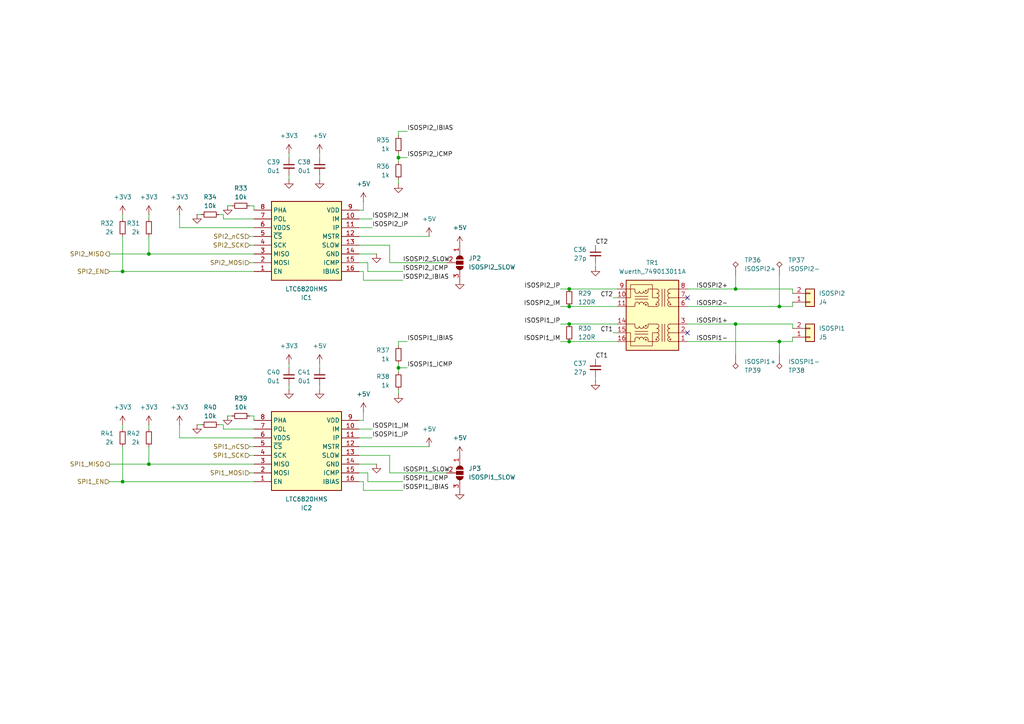
<source format=kicad_sch>
(kicad_sch (version 20231120) (generator "eeschema") (generator_version "8.0")
  (paper "A4")
  (title_block (title "ACC_BMSmaster") (date "2024-11-30") (rev "1.0") (company "NTURacing Team") (comment 1 "Powertrain Group") (comment 2 "Jack Kuo 郭哲明"))
  (lib_symbols
    (symbol "Connector:TestPoint_Alt" (pin_numbers hide) (pin_names (offset 0.762) hide)
      (property "Reference" "TP" (at 0 6.858 0))
      (property "Value" "TestPoint_Alt" (at 0 5.08 0))
      (symbol "TestPoint_Alt_0_1"
        (polyline (pts (xy 0 2.54) (xy -0.762 3.302) (xy 0 4.064) (xy 0.762 3.302) (xy 0 2.54)))
      )
      (symbol "TestPoint_Alt_1_1"
        (pin passive line (at 0 0 90) (length 2.54) (name "1") (number "1"))
      )
    )
    (symbol "Connector_Generic:Conn_01x02" (pin_names (offset 1.016) hide)
      (property "Reference" "J" (at 0 2.54 0))
      (property "Value" "Conn_01x02" (at 0 -5.08 0))
      (symbol "Conn_01x02_1_1"
        (rectangle (start -1.27 -2.413) (end 0 -2.667) (stroke (width 0.1524)))
        (rectangle (start -1.27 0.127) (end 0 -0.127) (stroke (width 0.1524)))
        (rectangle (start -1.27 1.27) (end 1.27 -3.81) (stroke (width 0.254)) (fill (type background)))
        (pin passive line (at -5.08 0 0) (length 3.81) (name "Pin_1") (number "1"))
        (pin passive line (at -5.08 -2.54 0) (length 3.81) (name "Pin_2") (number "2"))
      )
    )
    (symbol "Device:C_Small" (pin_numbers hide) (pin_names (offset 0.254) hide)
      (property "Reference" "C" (at 0.254 1.778 0))
      (property "Value" "C_Small" (at 0.254 -2.032 0))
      (symbol "C_Small_0_1"
        (polyline (pts (xy -1.524 -0.508) (xy 1.524 -0.508)) (stroke (width 0.3302)))
        (polyline (pts (xy -1.524 0.508) (xy 1.524 0.508)) (stroke (width 0.3048)))
      )
      (symbol "C_Small_1_1"
        (pin passive line (at 0 2.54 270) (length 2.032) (name "~") (number "1"))
        (pin passive line (at 0 -2.54 90) (length 2.032) (name "~") (number "2"))
      )
    )
    (symbol "Device:R_Small" (pin_numbers hide) (pin_names (offset 0.254) hide)
      (property "Reference" "R" (at 0.762 0.508 0))
      (property "Value" "R_Small" (at 0.762 -1.016 0))
      (symbol "R_Small_0_1"
        (rectangle (start -0.762 1.778) (end 0.762 -1.778) (stroke (width 0.2032)))
      )
      (symbol "R_Small_1_1"
        (pin passive line (at 0 2.54 270) (length 0.762) (name "~") (number "1"))
        (pin passive line (at 0 -2.54 90) (length 0.762) (name "~") (number "2"))
      )
    )
    (symbol "Jumper:SolderJumper_3_Open" (pin_names (offset 0) hide) (exclude_from_sim yes) (in_bom no)
      (property "Reference" "JP" (at -2.54 -2.54 0))
      (property "Value" "SolderJumper_3_Open" (at 0 2.794 0))
      (symbol "SolderJumper_3_Open_0_1"
        (arc (start -1.016 1.016) (mid -2.0276 0) (end -1.016 -1.016))
        (arc (start -1.016 1.016) (mid -2.0276 0) (end -1.016 -1.016) (fill (type outline)))
        (rectangle (start -0.508 1.016) (end 0.508 -1.016) (fill (type outline)))
        (polyline (pts (xy -2.54 0) (xy -2.032 0)))
        (polyline (pts (xy -1.016 1.016) (xy -1.016 -1.016)))
        (polyline (pts (xy 0 -1.27) (xy 0 -1.016)))
        (polyline (pts (xy 1.016 1.016) (xy 1.016 -1.016)))
        (polyline (pts (xy 2.54 0) (xy 2.032 0)))
        (arc (start 1.016 -1.016) (mid 2.0276 0) (end 1.016 1.016))
        (arc (start 1.016 -1.016) (mid 2.0276 0) (end 1.016 1.016) (fill (type outline)))
      )
      (symbol "SolderJumper_3_Open_1_1"
        (pin passive line (at -5.08 0 0) (length 2.54) (name "A") (number "1"))
        (pin passive line (at 0 -3.81 90) (length 2.54) (name "C") (number "2"))
        (pin passive line (at 5.08 0 180) (length 2.54) (name "B") (number "3"))
      )
    )
    (symbol "SamacSys_Parts_EP6:LTC6820HMS#PBF"
      (property "Reference" "IC" (at 26.67 7.62 0))
      (property "Value" "LTC6820HMS#PBF" (at 26.67 5.08 0))
      (symbol "LTC6820HMS#PBF_1_1"
        (rectangle (start 5.08 2.54) (end 25.4 -20.32) (stroke (width 0.254)) (fill (type background)))
        (pin passive line (at 0 0 0) (length 5.08) (name "EN") (number "1"))
        (pin passive line (at 30.48 -15.24 180) (length 5.08) (name "IM") (number "10"))
        (pin passive line (at 30.48 -12.7 180) (length 5.08) (name "IP") (number "11"))
        (pin passive line (at 30.48 -10.16 180) (length 5.08) (name "MSTR") (number "12"))
        (pin passive line (at 30.48 -7.62 180) (length 5.08) (name "SLOW") (number "13"))
        (pin passive line (at 30.48 -5.08 180) (length 5.08) (name "GND") (number "14"))
        (pin passive line (at 30.48 -2.54 180) (length 5.08) (name "ICMP") (number "15"))
        (pin passive line (at 30.48 0 180) (length 5.08) (name "IBIAS") (number "16"))
        (pin passive line (at 0 -2.54 0) (length 5.08) (name "MOSI") (number "2"))
        (pin passive line (at 0 -5.08 0) (length 5.08) (name "MISO") (number "3"))
        (pin passive line (at 0 -7.62 0) (length 5.08) (name "SCK") (number "4"))
        (pin passive line (at 0 -10.16 0) (length 5.08) (name "~{CS}") (number "5"))
        (pin passive line (at 0 -12.7 0) (length 5.08) (name "VDDS") (number "6"))
        (pin passive line (at 0 -15.24 0) (length 5.08) (name "POL") (number "7"))
        (pin passive line (at 0 -17.78 0) (length 5.08) (name "PHA") (number "8"))
        (pin passive line (at 30.48 -17.78 180) (length 5.08) (name "VDD") (number "9"))
      )
    )
    (symbol "Transformer:Wuerth_749013011A" (pin_names hide)
      (property "Reference" "TR" (at 0 10.795 0))
      (property "Value" "Wuerth_749013011A" (at 0 -10.795 0))
      (symbol "Wuerth_749013011A_0_1"
        (rectangle (start -7.62 10.16) (end 7.62 -10.16) (stroke (width 0.254)) (fill (type background)))
        (circle (center -5.207 3.175) (radius 0.1778))
        (arc (start -5.08 6.35) (mid -4.4477 6.985) (end -5.08 7.62))
        (polyline (pts (xy -5.08 2.54) (xy -7.62 2.54)))
        (polyline (pts (xy -5.08 5.08) (xy -7.62 5.08)))
        (polyline (pts (xy -5.08 7.62) (xy -7.62 7.62)))
        (polyline (pts (xy -3.556 -2.54) (xy -3.556 -7.62)))
        (polyline (pts (xy -3.556 2.54) (xy -3.556 7.62)))
        (polyline (pts (xy -2.794 -7.62) (xy -2.794 -2.54)))
        (polyline (pts (xy -2.794 7.62) (xy -2.794 2.54)))
        (polyline (pts (xy 1.27 4.699) (xy 5.08 4.699)))
        (polyline (pts (xy 1.27 5.461) (xy 5.08 5.461)))
        (polyline (pts (xy -1.27 2.54) (xy 1.27 2.54) (xy 1.27 3.175)))
        (polyline (pts (xy 1.27 6.985) (xy 1.27 7.62) (xy -1.27 7.62)))
        (polyline (pts (xy 5.08 3.175) (xy 5.08 2.54) (xy 7.62 2.54)))
        (polyline (pts (xy 5.08 6.985) (xy 5.08 7.62) (xy 7.62 7.62)))
        (polyline (pts (xy -1.27 5.08) (xy 0 5.08) (xy 0 8.89) (xy 6.35 8.89) (xy 6.35 5.08) (xy 7.62 5.08)))
      )
      (symbol "Wuerth_749013011A_1_1"
        (circle (center -5.207 -6.985) (radius 0.1778))
        (arc (start -5.08 -7.62) (mid -4.4477 -6.985) (end -5.08 -6.35))
        (arc (start -5.08 -6.35) (mid -4.4477 -5.715) (end -5.08 -5.08))
        (arc (start -5.08 -5.08) (mid -4.4477 -4.445) (end -5.08 -3.81))
        (arc (start -5.08 -3.81) (mid -4.4477 -3.175) (end -5.08 -2.54))
        (arc (start -5.08 2.54) (mid -4.4477 3.175) (end -5.08 3.81))
        (arc (start -5.08 3.81) (mid -4.4477 4.445) (end -5.08 5.08))
        (arc (start -5.08 5.08) (mid -4.4477 5.715) (end -5.08 6.35))
        (arc (start -1.27 -6.35) (mid -1.9023 -6.985) (end -1.27 -7.62))
        (arc (start -1.27 -5.08) (mid -1.9023 -5.715) (end -1.27 -6.35))
        (arc (start -1.27 -3.81) (mid -1.9023 -4.445) (end -1.27 -5.08))
        (arc (start -1.27 -2.54) (mid -1.9023 -3.175) (end -1.27 -3.81))
        (arc (start -1.27 3.81) (mid -1.9023 3.175) (end -1.27 2.54))
        (arc (start -1.27 5.08) (mid -1.9023 4.445) (end -1.27 3.81))
        (arc (start -1.27 6.35) (mid -1.9023 5.715) (end -1.27 5.08))
        (arc (start -1.27 7.62) (mid -1.9023 6.985) (end -1.27 6.35))
        (circle (center -1.143 -6.985) (radius 0.1778))
        (circle (center -1.143 3.175) (radius 0.1778))
        (polyline (pts (xy -5.08 -7.62) (xy -7.62 -7.62)))
        (polyline (pts (xy -5.08 -5.08) (xy -7.62 -5.08)))
        (polyline (pts (xy -5.08 -2.54) (xy -7.62 -2.54)))
        (polyline (pts (xy 1.27 -5.461) (xy 5.08 -5.461)))
        (polyline (pts (xy 1.27 -4.699) (xy 5.08 -4.699)))
        (polyline (pts (xy -1.27 -7.62) (xy 1.27 -7.62) (xy 1.27 -6.985)))
        (polyline (pts (xy 1.27 -3.175) (xy 1.27 -2.54) (xy -1.27 -2.54)))
        (polyline (pts (xy 5.08 -6.985) (xy 5.08 -7.62) (xy 7.62 -7.62)))
        (polyline (pts (xy 5.08 -3.175) (xy 5.08 -2.54) (xy 7.62 -2.54)))
        (polyline (pts (xy 7.62 -5.08) (xy 6.35 -5.08) (xy 6.35 -8.89) (xy 0 -8.89) (xy 0 -5.08) (xy -1.27 -5.08)))
        (arc (start 1.27 -3.175) (mid 1.905 -3.8073) (end 2.54 -3.175))
        (arc (start 1.27 6.985) (mid 1.905 6.3527) (end 2.54 6.985))
        (circle (center 1.905 -7.112) (radius 0.1778))
        (circle (center 1.905 -3.048) (radius 0.1778))
        (circle (center 1.905 3.048) (radius 0.1778))
        (circle (center 1.905 7.112) (radius 0.1778))
        (arc (start 2.54 -6.985) (mid 1.905 -6.3527) (end 1.27 -6.985))
        (arc (start 2.54 -3.175) (mid 3.175 -3.8073) (end 3.81 -3.175))
        (arc (start 2.54 3.175) (mid 1.905 3.8073) (end 1.27 3.175))
        (arc (start 2.54 6.985) (mid 3.175 6.3527) (end 3.81 6.985))
        (arc (start 3.81 -6.985) (mid 3.175 -6.3527) (end 2.54 -6.985))
        (arc (start 3.81 -3.175) (mid 4.445 -3.8073) (end 5.08 -3.175))
        (arc (start 3.81 3.175) (mid 3.175 3.8073) (end 2.54 3.175))
        (arc (start 3.81 6.985) (mid 4.445 6.3527) (end 5.08 6.985))
        (arc (start 5.08 -6.985) (mid 4.445 -6.3527) (end 3.81 -6.985))
        (arc (start 5.08 3.175) (mid 4.445 3.8073) (end 3.81 3.175))
        (pin passive line (at -10.16 -7.62 0) (length 2.54) (name "TD+") (number "1"))
        (pin passive line (at 10.16 5.08 180) (length 2.54) (name "C_RX") (number "10"))
        (pin passive line (at 10.16 2.54 180) (length 2.54) (name "RX+") (number "11"))
        (pin passive line (at 10.16 -2.54 180) (length 2.54) (name "TX-") (number "14"))
        (pin passive line (at 10.16 -5.08 180) (length 2.54) (name "C_TX") (number "15"))
        (pin passive line (at 10.16 -7.62 180) (length 2.54) (name "TX+") (number "16"))
        (pin passive line (at -10.16 -5.08 0) (length 2.54) (name "C_TD") (number "2"))
        (pin passive line (at -10.16 -2.54 0) (length 2.54) (name "TD-") (number "3"))
        (pin passive line (at -10.16 2.54 0) (length 2.54) (name "RD+") (number "6"))
        (pin passive line (at -10.16 5.08 0) (length 2.54) (name "C_RD") (number "7"))
        (pin passive line (at -10.16 7.62 0) (length 2.54) (name "RD-") (number "8"))
        (pin passive line (at 10.16 7.62 180) (length 2.54) (name "RX-") (number "9"))
      )
    )
    (symbol "power:+3V3" (power) (pin_numbers hide) (pin_names (offset 0) hide)
      (property "Value" "+3V3" (at 0 3.556 0))
      (symbol "+3V3_0_1"
        (polyline (pts (xy -0.762 1.27) (xy 0 2.54)))
        (polyline (pts (xy 0 0) (xy 0 2.54)))
        (polyline (pts (xy 0 2.54) (xy 0.762 1.27)))
      )
      (symbol "+3V3_1_1"
        (pin power_in line (at 0 0 90) (length 0) (name "~") (number "1"))
      )
    )
    (symbol "power:+5V" (power) (pin_numbers hide) (pin_names (offset 0) hide)
      (property "Value" "+5V" (at 0 3.556 0))
      (symbol "+5V_0_1"
        (polyline (pts (xy -0.762 1.27) (xy 0 2.54)))
        (polyline (pts (xy 0 0) (xy 0 2.54)))
        (polyline (pts (xy 0 2.54) (xy 0.762 1.27)))
      )
      (symbol "+5V_1_1"
        (pin power_in line (at 0 0 90) (length 0) (name "~") (number "1"))
      )
    )
    (symbol "power:GND" (power) (pin_numbers hide) (pin_names (offset 0) hide)
      (property "Value" "GND" (at 0 -3.81 0))
      (symbol "GND_0_1"
        (polyline (pts (xy 0 0) (xy 0 -1.27) (xy 1.27 -1.27) (xy 0 -2.54) (xy -1.27 -1.27) (xy 0 -1.27)))
      )
      (symbol "GND_1_1"
        (pin power_in line (at 0 0 270) (length 0) (name "~") (number "1"))
      )
    )
  )
  (junction (at 35.56 78.74))
  (junction (at 115.57 106.68))
  (junction (at 213.36 93.98))
  (junction (at 226.06 88.9))
  (junction (at 165.1 88.9))
  (junction (at 35.56 139.7))
  (junction (at 115.57 45.72))
  (junction (at 213.36 83.82))
  (junction (at 43.18 73.66))
  (junction (at 165.1 83.82))
  (junction (at 165.1 99.06))
  (junction (at 226.06 99.06))
  (junction (at 165.1 93.98))
  (junction (at 43.18 134.62))
  (no_connect (at 199.39 86.36))
  (no_connect (at 199.39 96.52))
  (wire (pts (xy 105.41 81.28) (xy 105.41 78.74)))
  (wire (pts (xy 52.07 66.04) (xy 73.66 66.04)))
  (wire (pts (xy 92.71 52.07) (xy 92.71 50.8)))
  (wire (pts (xy 92.71 44.45) (xy 92.71 45.72)))
  (wire (pts (xy 162.56 99.06) (xy 165.1 99.06)))
  (wire (pts (xy 73.66 59.69) (xy 72.39 59.69)))
  (wire (pts (xy 35.56 129.54) (xy 35.56 139.7)))
  (wire (pts (xy 72.39 76.2) (xy 73.66 76.2)))
  (wire (pts (xy 43.18 129.54) (xy 43.18 134.62)))
  (wire (pts (xy 113.03 137.16) (xy 129.54 137.16)))
  (wire (pts (xy 73.66 120.65) (xy 73.66 121.92)))
  (wire (pts (xy 229.87 93.98) (xy 213.36 93.98)))
  (wire (pts (xy 105.41 78.74) (xy 104.14 78.74)))
  (wire (pts (xy 113.03 137.16) (xy 113.03 132.08)))
  (wire (pts (xy 72.39 71.12) (xy 73.66 71.12)))
  (wire (pts (xy 229.87 83.82) (xy 213.36 83.82)))
  (wire (pts (xy 113.03 71.12) (xy 104.14 71.12)))
  (wire (pts (xy 109.22 134.62) (xy 104.14 134.62)))
  (wire (pts (xy 165.1 83.82) (xy 179.07 83.82)))
  (wire (pts (xy 35.56 124.46) (xy 35.56 123.19)))
  (wire (pts (xy 52.07 123.19) (xy 52.07 127)))
  (wire (pts (xy 113.03 76.2) (xy 113.03 71.12)))
  (wire (pts (xy 66.04 59.69) (xy 67.31 59.69)))
  (wire (pts (xy 52.07 127) (xy 73.66 127)))
  (wire (pts (xy 213.36 80.01) (xy 213.36 83.82)))
  (wire (pts (xy 118.11 38.1) (xy 115.57 38.1)))
  (wire (pts (xy 104.14 68.58) (xy 124.46 68.58)))
  (wire (pts (xy 116.84 142.24) (xy 105.41 142.24)))
  (wire (pts (xy 229.87 85.09) (xy 229.87 83.82)))
  (wire (pts (xy 199.39 99.06) (xy 226.06 99.06)))
  (wire (pts (xy 64.77 124.46) (xy 73.66 124.46)))
  (wire (pts (xy 83.82 44.45) (xy 83.82 45.72)))
  (wire (pts (xy 105.41 119.38) (xy 105.41 121.92)))
  (wire (pts (xy 172.72 110.49) (xy 172.72 109.22)))
  (wire (pts (xy 226.06 102.87) (xy 226.06 99.06)))
  (wire (pts (xy 66.04 120.65) (xy 67.31 120.65)))
  (wire (pts (xy 73.66 120.65) (xy 72.39 120.65)))
  (wire (pts (xy 31.75 73.66) (xy 43.18 73.66)))
  (wire (pts (xy 165.1 93.98) (xy 179.07 93.98)))
  (wire (pts (xy 213.36 93.98) (xy 213.36 102.87)))
  (wire (pts (xy 229.87 97.79) (xy 229.87 99.06)))
  (wire (pts (xy 213.36 93.98) (xy 199.39 93.98)))
  (wire (pts (xy 105.41 139.7) (xy 104.14 139.7)))
  (wire (pts (xy 104.14 127) (xy 107.95 127)))
  (wire (pts (xy 105.41 142.24) (xy 105.41 139.7)))
  (wire (pts (xy 43.18 73.66) (xy 73.66 73.66)))
  (wire (pts (xy 72.39 129.54) (xy 73.66 129.54)))
  (wire (pts (xy 162.56 93.98) (xy 165.1 93.98)))
  (wire (pts (xy 113.03 76.2) (xy 129.54 76.2)))
  (wire (pts (xy 72.39 137.16) (xy 73.66 137.16)))
  (wire (pts (xy 64.77 123.19) (xy 63.5 123.19)))
  (wire (pts (xy 118.11 99.06) (xy 115.57 99.06)))
  (wire (pts (xy 213.36 83.82) (xy 199.39 83.82)))
  (wire (pts (xy 92.71 105.41) (xy 92.71 106.68)))
  (wire (pts (xy 115.57 45.72) (xy 115.57 44.45)))
  (wire (pts (xy 165.1 88.9) (xy 179.07 88.9)))
  (wire (pts (xy 115.57 106.68) (xy 115.57 105.41)))
  (wire (pts (xy 229.87 99.06) (xy 226.06 99.06)))
  (wire (pts (xy 35.56 139.7) (xy 73.66 139.7)))
  (wire (pts (xy 118.11 45.72) (xy 115.57 45.72)))
  (wire (pts (xy 229.87 95.25) (xy 229.87 93.98)))
  (wire (pts (xy 115.57 114.3) (xy 115.57 113.03)))
  (wire (pts (xy 83.82 52.07) (xy 83.82 50.8)))
  (wire (pts (xy 226.06 88.9) (xy 199.39 88.9)))
  (wire (pts (xy 105.41 60.96) (xy 104.14 60.96)))
  (wire (pts (xy 43.18 68.58) (xy 43.18 73.66)))
  (wire (pts (xy 106.68 78.74) (xy 106.68 76.2)))
  (wire (pts (xy 116.84 78.74) (xy 106.68 78.74)))
  (wire (pts (xy 31.75 78.74) (xy 35.56 78.74)))
  (wire (pts (xy 177.8 86.36) (xy 179.07 86.36)))
  (wire (pts (xy 73.66 59.69) (xy 73.66 60.96)))
  (wire (pts (xy 172.72 77.47) (xy 172.72 76.2)))
  (wire (pts (xy 165.1 99.06) (xy 179.07 99.06)))
  (wire (pts (xy 43.18 63.5) (xy 43.18 62.23)))
  (wire (pts (xy 52.07 62.23) (xy 52.07 66.04)))
  (wire (pts (xy 83.82 105.41) (xy 83.82 106.68)))
  (wire (pts (xy 113.03 132.08) (xy 104.14 132.08)))
  (wire (pts (xy 92.71 113.03) (xy 92.71 111.76)))
  (wire (pts (xy 104.14 129.54) (xy 124.46 129.54)))
  (wire (pts (xy 162.56 88.9) (xy 165.1 88.9)))
  (wire (pts (xy 43.18 124.46) (xy 43.18 123.19)))
  (wire (pts (xy 104.14 66.04) (xy 107.95 66.04)))
  (wire (pts (xy 118.11 106.68) (xy 115.57 106.68)))
  (wire (pts (xy 116.84 139.7) (xy 106.68 139.7)))
  (wire (pts (xy 106.68 76.2) (xy 104.14 76.2)))
  (wire (pts (xy 105.41 121.92) (xy 104.14 121.92)))
  (wire (pts (xy 107.95 124.46) (xy 104.14 124.46)))
  (wire (pts (xy 64.77 62.23) (xy 64.77 63.5)))
  (wire (pts (xy 31.75 139.7) (xy 35.56 139.7)))
  (wire (pts (xy 177.8 96.52) (xy 179.07 96.52)))
  (wire (pts (xy 106.68 137.16) (xy 104.14 137.16)))
  (wire (pts (xy 115.57 107.95) (xy 115.57 106.68)))
  (wire (pts (xy 83.82 113.03) (xy 83.82 111.76)))
  (wire (pts (xy 107.95 63.5) (xy 104.14 63.5)))
  (wire (pts (xy 106.68 139.7) (xy 106.68 137.16)))
  (wire (pts (xy 226.06 80.01) (xy 226.06 88.9)))
  (wire (pts (xy 35.56 78.74) (xy 73.66 78.74)))
  (wire (pts (xy 43.18 134.62) (xy 73.66 134.62)))
  (wire (pts (xy 64.77 63.5) (xy 73.66 63.5)))
  (wire (pts (xy 116.84 81.28) (xy 105.41 81.28)))
  (wire (pts (xy 58.42 123.19) (xy 57.15 123.19)))
  (wire (pts (xy 162.56 83.82) (xy 165.1 83.82)))
  (wire (pts (xy 31.75 134.62) (xy 43.18 134.62)))
  (wire (pts (xy 109.22 73.66) (xy 104.14 73.66)))
  (wire (pts (xy 64.77 123.19) (xy 64.77 124.46)))
  (wire (pts (xy 35.56 63.5) (xy 35.56 62.23)))
  (wire (pts (xy 64.77 62.23) (xy 63.5 62.23)))
  (wire (pts (xy 72.39 68.58) (xy 73.66 68.58)))
  (wire (pts (xy 58.42 62.23) (xy 57.15 62.23)))
  (wire (pts (xy 229.87 87.63) (xy 229.87 88.9)))
  (wire (pts (xy 229.87 88.9) (xy 226.06 88.9)))
  (wire (pts (xy 115.57 99.06) (xy 115.57 100.33)))
  (wire (pts (xy 115.57 38.1) (xy 115.57 39.37)))
  (wire (pts (xy 115.57 46.99) (xy 115.57 45.72)))
  (wire (pts (xy 35.56 68.58) (xy 35.56 78.74)))
  (wire (pts (xy 105.41 58.42) (xy 105.41 60.96)))
  (wire (pts (xy 115.57 53.34) (xy 115.57 52.07)))
  (wire (pts (xy 72.39 132.08) (xy 73.66 132.08)))
  (label "ISOSPI1_IBIAS" (at 116.84 142.24 0))
  (label "CT1" (at 172.72 104.14 0))
  (label "ISOSPI1_ICMP" (at 116.84 139.7 0))
  (label "ISOSPI1_IP" (at 107.95 127 0))
  (label "ISOSPI2_IM" (at 162.56 88.9 180))
  (label "ISOSPI1-" (at 201.93 99.06 0))
  (label "ISOSPI1_ICMP" (at 118.11 106.68 0))
  (label "ISOSPI2_IBIAS" (at 116.84 81.28 0))
  (label "ISOSPI2_SLOW" (at 116.84 76.2 0))
  (label "ISOSPI2_ICMP" (at 116.84 78.74 0))
  (label "CT1" (at 177.8 96.52 180))
  (label "ISOSPI2+" (at 201.93 83.82 0))
  (label "CT2" (at 177.8 86.36 180))
  (label "ISOSPI2-" (at 201.93 88.9 0))
  (label "CT2" (at 172.72 71.12 0))
  (label "ISOSPI2_IM" (at 107.95 63.5 0))
  (label "ISOSPI1+" (at 201.93 93.98 0))
  (label "ISOSPI1_SLOW" (at 116.84 137.16 0))
  (label "ISOSPI2_IP" (at 107.95 66.04 0))
  (label "ISOSPI2_ICMP" (at 118.11 45.72 0))
  (label "ISOSPI1_IBIAS" (at 118.11 99.06 0))
  (label "ISOSPI1_IM" (at 162.56 99.06 180))
  (label "ISOSPI1_IM" (at 107.95 124.46 0))
  (label "ISOSPI2_IP" (at 162.56 83.82 180))
  (label "ISOSPI1_IP" (at 162.56 93.98 180))
  (label "ISOSPI2_IBIAS" (at 118.11 38.1 0))
  (hierarchical_label "SPI1_SCK" (shape input) (at 72.39 132.08 180))
  (hierarchical_label "SPI1_EN" (shape input) (at 31.75 139.7 180))
  (hierarchical_label "SPI2_MOSI" (shape input) (at 72.39 76.2 180))
  (hierarchical_label "SPI2_nCS" (shape input) (at 72.39 68.58 180))
  (hierarchical_label "SPI2_SCK" (shape input) (at 72.39 71.12 180))
  (hierarchical_label "SPI1_nCS" (shape input) (at 72.39 129.54 180))
  (hierarchical_label "SPI2_MISO" (shape output) (at 31.75 73.66 180))
  (hierarchical_label "SPI1_MOSI" (shape input) (at 72.39 137.16 180))
  (hierarchical_label "SPI2_EN" (shape input) (at 31.75 78.74 180))
  (hierarchical_label "SPI1_MISO" (shape output) (at 31.75 134.62 180))
  (symbol (lib_id "Connector_Generic:Conn_01x02") (at 234.95 87.63 0) (mirror x) (unit 1)
    (property "Reference" "J4" (at 237.49 87.63 0) (effects (justify left)))
    (property "Value" "ISOSPI2" (at 237.49 85.09 0) (effects (justify left)))
    (property "Footprint" "Connector_JST:JST_XH_B2B-XH-A_1x02_P2.50mm_Vertical" (effects (hide yes)))
    (property "Description" "Generic connector, single row, 01x02, script generated (kicad-library-utils/schlib/autogen/connector/)" (effects (hide yes)))
  )
  (symbol (lib_id "power:+3V3") (at 43.18 123.19 0) (unit 1)
    (property "Reference" "#PWR094" (effects (hide yes)))
    (property "Value" "+3V3" (at 43.18 118.11 0))
    (property "Description" "Power symbol creates a global label with name \"+3V3\"" (effects (hide yes)))
  )
  (symbol (lib_id "power:GND") (at 83.82 113.03 0) (unit 1)
    (property "Reference" "#PWR088" (effects (hide yes)))
    (property "Value" "GND" (effects (hide yes)))
    (property "Description" "Power symbol creates a global label with name \"GND\" , ground" (effects (hide yes)))
  )
  (symbol (lib_id "Device:R_Small") (at 115.57 110.49 0) (mirror y) (unit 1)
    (property "Reference" "R38" (at 113.03 109.22 0) (effects (justify left)))
    (property "Value" "1k" (at 113.03 111.76 0) (effects (justify left)))
    (property "Footprint" "Resistor_SMD:R_0402_1005Metric" (effects (hide yes)))
    (property "Description" "Resistor, small symbol" (effects (hide yes)))
  )
  (symbol (lib_id "Device:C_Small") (at 92.71 109.22 0) (mirror y) (unit 1)
    (property "Reference" "C41" (at 90.17 107.9563 0) (effects (justify left)))
    (property "Value" "0u1" (at 90.17 110.4963 0) (effects (justify left)))
    (property "Footprint" "Capacitor_SMD:C_0402_1005Metric" (effects (hide yes)))
    (property "Description" "Unpolarized capacitor, small symbol" (effects (hide yes)))
  )
  (symbol (lib_id "Device:R_Small") (at 35.56 127 0) (mirror y) (unit 1)
    (property "Reference" "R41" (at 33.02 125.73 0) (effects (justify left)))
    (property "Value" "2k" (at 33.02 128.27 0) (effects (justify left)))
    (property "Footprint" "Resistor_SMD:R_0402_1005Metric" (effects (hide yes)))
    (property "Description" "Resistor, small symbol" (effects (hide yes)))
  )
  (symbol (lib_id "Jumper:SolderJumper_3_Open") (at 133.35 76.2 270) (unit 1) (exclude_from_sim yes) (in_bom no)
    (property "Reference" "JP2" (at 135.89 74.93 90) (effects (justify left)))
    (property "Value" "ISOSPI2_SLOW" (at 135.89 77.47 90) (effects (justify left)))
    (property "Footprint" "Jumper:SolderJumper-3_P1.3mm_Open_RoundedPad1.0x1.5mm" (effects (hide yes)))
    (property "Description" "Solder Jumper, 3-pole, open" (effects (hide yes)))
  )
  (symbol (lib_id "power:GND") (at 109.22 73.66 0) (unit 1)
    (property "Reference" "#PWR069" (effects (hide yes)))
    (property "Value" "GND" (effects (hide yes)))
    (property "Description" "Power symbol creates a global label with name \"GND\" , ground" (effects (hide yes)))
  )
  (symbol (lib_id "power:+5V") (at 124.46 68.58 0) (unit 1)
    (property "Reference" "#PWR070" (effects (hide yes)))
    (property "Value" "+5V" (at 124.46 63.5 0))
    (property "Description" "Power symbol creates a global label with name \"+5V\"" (effects (hide yes)))
  )
  (symbol (lib_id "power:+5V") (at 133.35 71.12 0) (unit 1)
    (property "Reference" "#PWR099" (effects (hide yes)))
    (property "Value" "+5V" (at 133.35 66.04 0))
    (property "Description" "Power symbol creates a global label with name \"+5V\"" (effects (hide yes)))
  )
  (symbol (lib_id "power:+3V3") (at 43.18 62.23 0) (unit 1)
    (property "Reference" "#PWR082" (effects (hide yes)))
    (property "Value" "+3V3" (at 43.18 57.15 0))
    (property "Description" "Power symbol creates a global label with name \"+3V3\"" (effects (hide yes)))
  )
  (symbol (lib_id "Device:R_Small") (at 69.85 59.69 90) (unit 1)
    (property "Reference" "R33" (at 69.85 54.61 90))
    (property "Value" "10k" (at 69.85 57.15 90))
    (property "Footprint" "Resistor_SMD:R_0402_1005Metric" (effects (hide yes)))
    (property "Description" "Resistor, small symbol" (effects (hide yes)))
  )
  (symbol (lib_id "power:GND") (at 133.35 81.28 0) (unit 1)
    (property "Reference" "#PWR0100" (effects (hide yes)))
    (property "Value" "GND" (effects (hide yes)))
    (property "Description" "Power symbol creates a global label with name \"GND\" , ground" (effects (hide yes)))
  )
  (symbol (lib_id "Device:C_Small") (at 83.82 48.26 0) (mirror y) (unit 1)
    (property "Reference" "C39" (at 81.28 46.9963 0) (effects (justify left)))
    (property "Value" "0u1" (at 81.28 49.5363 0) (effects (justify left)))
    (property "Footprint" "Capacitor_SMD:C_0402_1005Metric" (effects (hide yes)))
    (property "Description" "Unpolarized capacitor, small symbol" (effects (hide yes)))
  )
  (symbol (lib_id "power:GND") (at 57.15 123.19 0) (unit 1)
    (property "Reference" "#PWR096" (effects (hide yes)))
    (property "Value" "GND" (effects (hide yes)))
    (property "Description" "Power symbol creates a global label with name \"GND\" , ground" (effects (hide yes)))
  )
  (symbol (lib_id "power:GND") (at 115.57 53.34 0) (unit 1)
    (property "Reference" "#PWR085" (effects (hide yes)))
    (property "Value" "GND" (effects (hide yes)))
    (property "Description" "Power symbol creates a global label with name \"GND\" , ground" (effects (hide yes)))
  )
  (symbol (lib_id "power:GND") (at 66.04 120.65 0) (unit 1)
    (property "Reference" "#PWR092" (effects (hide yes)))
    (property "Value" "GND" (effects (hide yes)))
    (property "Description" "Power symbol creates a global label with name \"GND\" , ground" (effects (hide yes)))
  )
  (symbol (lib_id "power:+5V") (at 92.71 105.41 0) (unit 1)
    (property "Reference" "#PWR087" (effects (hide yes)))
    (property "Value" "+5V" (at 92.71 100.33 0))
    (property "Description" "Power symbol creates a global label with name \"+5V\"" (effects (hide yes)))
  )
  (symbol (lib_id "power:+3V3") (at 35.56 123.19 0) (unit 1)
    (property "Reference" "#PWR093" (effects (hide yes)))
    (property "Value" "+3V3" (at 35.56 118.11 0))
    (property "Description" "Power symbol creates a global label with name \"+3V3\"" (effects (hide yes)))
  )
  (symbol (lib_id "SamacSys_Parts_EP6:LTC6820HMS#PBF") (at 73.66 78.74 0) (mirror x) (unit 1)
    (property "Reference" "IC1" (at 88.9 86.36 0))
    (property "Value" "LTC6820HMS" (at 88.9 83.82 0))
    (property "Footprint" "SamacSys_Parts_EP6:SOP50P490X110-16N" (effects (hide yes)))
    (property "Datasheet" "https://www.analog.com/media/en/technical-documentation/data-sheets/LTC6820.pdf" (effects (hide yes)))
    (property "Description" "Interface - Specialized isoSPI Iso Communications Int" (effects (hide yes)))
    (property "Height" "1.1" (effects (hide yes)))
    (property "Mouser Part Number" "584-LTC6820HMS#PBF" (effects (hide yes)))
    (property "Mouser Price/Stock" "https://www.mouser.co.uk/ProductDetail/Analog-Devices/LTC6820HMSPBF?qs=hVkxg5c3xu%252BAhS55eUb%252BEQ%3D%3D" (effects (hide yes)))
    (property "Manufacturer_Name" "Analog Devices" (effects (hide yes)))
    (property "Manufacturer_Part_Number" "LTC6820HMS#PBF" (effects (hide yes)))
  )
  (symbol (lib_id "power:GND") (at 115.57 114.3 0) (unit 1)
    (property "Reference" "#PWR090" (effects (hide yes)))
    (property "Value" "GND" (effects (hide yes)))
    (property "Description" "Power symbol creates a global label with name \"GND\" , ground" (effects (hide yes)))
  )
  (symbol (lib_id "Device:R_Small") (at 35.56 66.04 0) (mirror y) (unit 1)
    (property "Reference" "R32" (at 33.02 64.77 0) (effects (justify left)))
    (property "Value" "2k" (at 33.02 67.31 0) (effects (justify left)))
    (property "Footprint" "Resistor_SMD:R_0402_1005Metric" (effects (hide yes)))
    (property "Description" "Resistor, small symbol" (effects (hide yes)))
  )
  (symbol (lib_id "power:+3V3") (at 52.07 62.23 0) (unit 1)
    (property "Reference" "#PWR068" (effects (hide yes)))
    (property "Value" "+3V3" (at 52.07 57.15 0))
    (property "Description" "Power symbol creates a global label with name \"+3V3\"" (effects (hide yes)))
  )
  (symbol (lib_id "Transformer:Wuerth_749013011A") (at 189.23 91.44 0) (mirror y) (unit 1)
    (property "Reference" "TR1" (at 189.23 76.2 0))
    (property "Value" "Wuerth_749013011A" (at 189.23 78.74 0))
    (property "Footprint" "nturt_kicad_lib_EP6:Transformer_Ethernet_Wuerth_749013011A" (effects (hide yes)))
    (property "Datasheet" "https://www.we-online.com/katalog/datasheet/749013011A.pdf" (effects (hide yes)))
    (property "Description" "Ethernet LAN 10/100 Base-Tx Transformer CT, SMD" (effects (hide yes)))
  )
  (symbol (lib_id "Device:R_Small") (at 60.96 62.23 90) (unit 1)
    (property "Reference" "R34" (at 60.96 57.15 90))
    (property "Value" "10k" (at 60.96 59.69 90))
    (property "Footprint" "Resistor_SMD:R_0402_1005Metric" (effects (hide yes)))
    (property "Description" "Resistor, small symbol" (effects (hide yes)))
  )
  (symbol (lib_id "SamacSys_Parts_EP6:LTC6820HMS#PBF") (at 73.66 139.7 0) (mirror x) (unit 1)
    (property "Reference" "IC2" (at 88.9 147.32 0))
    (property "Value" "LTC6820HMS" (at 88.9 144.78 0))
    (property "Footprint" "SamacSys_Parts_EP6:SOP50P490X110-16N" (effects (hide yes)))
    (property "Datasheet" "https://www.analog.com/media/en/technical-documentation/data-sheets/LTC6820.pdf" (effects (hide yes)))
    (property "Description" "Interface - Specialized isoSPI Iso Communications Int" (effects (hide yes)))
    (property "Height" "1.1" (effects (hide yes)))
    (property "Mouser Part Number" "584-LTC6820HMS#PBF" (effects (hide yes)))
    (property "Mouser Price/Stock" "https://www.mouser.co.uk/ProductDetail/Analog-Devices/LTC6820HMSPBF?qs=hVkxg5c3xu%252BAhS55eUb%252BEQ%3D%3D" (effects (hide yes)))
    (property "Manufacturer_Name" "Analog Devices" (effects (hide yes)))
    (property "Manufacturer_Part_Number" "LTC6820HMS#PBF" (effects (hide yes)))
  )
  (symbol (lib_id "power:GND") (at 92.71 113.03 0) (unit 1)
    (property "Reference" "#PWR089" (effects (hide yes)))
    (property "Value" "GND" (effects (hide yes)))
    (property "Description" "Power symbol creates a global label with name \"GND\" , ground" (effects (hide yes)))
  )
  (symbol (lib_id "Device:R_Small") (at 43.18 127 0) (mirror y) (unit 1)
    (property "Reference" "R42" (at 40.64 125.73 0) (effects (justify left)))
    (property "Value" "2k" (at 40.64 128.27 0) (effects (justify left)))
    (property "Footprint" "Resistor_SMD:R_0402_1005Metric" (effects (hide yes)))
    (property "Description" "Resistor, small symbol" (effects (hide yes)))
  )
  (symbol (lib_id "Device:C_Small") (at 172.72 106.68 0) (mirror y) (unit 1)
    (property "Reference" "C37" (at 170.18 105.4163 0) (effects (justify left)))
    (property "Value" "27p" (at 170.18 107.9563 0) (effects (justify left)))
    (property "Footprint" "Capacitor_SMD:C_0402_1005Metric" (effects (hide yes)))
    (property "Description" "Unpolarized capacitor, small symbol" (effects (hide yes)))
  )
  (symbol (lib_id "Device:R_Small") (at 115.57 102.87 0) (mirror y) (unit 1)
    (property "Reference" "R37" (at 113.03 101.6 0) (effects (justify left)))
    (property "Value" "1k" (at 113.03 104.14 0) (effects (justify left)))
    (property "Footprint" "Resistor_SMD:R_0402_1005Metric" (effects (hide yes)))
    (property "Description" "Resistor, small symbol" (effects (hide yes)))
  )
  (symbol (lib_id "Device:R_Small") (at 60.96 123.19 90) (unit 1)
    (property "Reference" "R40" (at 60.96 118.11 90))
    (property "Value" "10k" (at 60.96 120.65 90))
    (property "Footprint" "Resistor_SMD:R_0402_1005Metric" (effects (hide yes)))
    (property "Description" "Resistor, small symbol" (effects (hide yes)))
  )
  (symbol (lib_id "Device:R_Small") (at 115.57 41.91 0) (mirror y) (unit 1)
    (property "Reference" "R35" (at 113.03 40.64 0) (effects (justify left)))
    (property "Value" "1k" (at 113.03 43.18 0) (effects (justify left)))
    (property "Footprint" "Resistor_SMD:R_0402_1005Metric" (effects (hide yes)))
    (property "Description" "Resistor, small symbol" (effects (hide yes)))
  )
  (symbol (lib_id "Device:C_Small") (at 172.72 73.66 0) (mirror y) (unit 1)
    (property "Reference" "C36" (at 170.18 72.3963 0) (effects (justify left)))
    (property "Value" "27p" (at 170.18 74.9363 0) (effects (justify left)))
    (property "Footprint" "Capacitor_SMD:C_0402_1005Metric" (effects (hide yes)))
    (property "Description" "Unpolarized capacitor, small symbol" (effects (hide yes)))
  )
  (symbol (lib_id "power:+5V") (at 92.71 44.45 0) (unit 1)
    (property "Reference" "#PWR079" (effects (hide yes)))
    (property "Value" "+5V" (at 92.71 39.37 0))
    (property "Description" "Power symbol creates a global label with name \"+5V\"" (effects (hide yes)))
  )
  (symbol (lib_id "Connector:TestPoint_Alt") (at 226.06 80.01 0) (unit 1)
    (property "Reference" "TP37" (at 228.6 75.438 0) (effects (justify left)))
    (property "Value" "ISOSPI2-" (at 228.6 77.978 0) (effects (justify left)))
    (property "Footprint" "TestPoint:TestPoint_Keystone_5015_Micro-Minature" (effects (hide yes)))
    (property "Description" "test point (alternative shape)" (effects (hide yes)))
  )
  (symbol (lib_id "Connector:TestPoint_Alt") (at 226.06 102.87 0) (mirror x) (unit 1)
    (property "Reference" "TP38" (at 228.6 107.442 0) (effects (justify left)))
    (property "Value" "ISOSPI1-" (at 228.6 104.902 0) (effects (justify left)))
    (property "Footprint" "TestPoint:TestPoint_Keystone_5015_Micro-Minature" (effects (hide yes)))
    (property "Description" "test point (alternative shape)" (effects (hide yes)))
  )
  (symbol (lib_id "Device:R_Small") (at 43.18 66.04 0) (mirror y) (unit 1)
    (property "Reference" "R31" (at 40.64 64.77 0) (effects (justify left)))
    (property "Value" "2k" (at 40.64 67.31 0) (effects (justify left)))
    (property "Footprint" "Resistor_SMD:R_0402_1005Metric" (effects (hide yes)))
    (property "Description" "Resistor, small symbol" (effects (hide yes)))
  )
  (symbol (lib_id "power:+3V3") (at 83.82 105.41 0) (unit 1)
    (property "Reference" "#PWR086" (effects (hide yes)))
    (property "Value" "+3V3" (at 83.82 100.33 0))
    (property "Description" "Power symbol creates a global label with name \"+3V3\"" (effects (hide yes)))
  )
  (symbol (lib_id "power:+3V3") (at 35.56 62.23 0) (unit 1)
    (property "Reference" "#PWR083" (effects (hide yes)))
    (property "Value" "+3V3" (at 35.56 57.15 0))
    (property "Description" "Power symbol creates a global label with name \"+3V3\"" (effects (hide yes)))
  )
  (symbol (lib_id "Device:R_Small") (at 165.1 86.36 0) (unit 1)
    (property "Reference" "R29" (at 167.64 85.09 0) (effects (justify left)))
    (property "Value" "120R" (at 167.64 87.63 0) (effects (justify left)))
    (property "Footprint" "Resistor_SMD:R_0402_1005Metric" (effects (hide yes)))
    (property "Description" "Resistor, small symbol" (effects (hide yes)))
  )
  (symbol (lib_id "power:GND") (at 83.82 52.07 0) (unit 1)
    (property "Reference" "#PWR080" (effects (hide yes)))
    (property "Value" "GND" (effects (hide yes)))
    (property "Description" "Power symbol creates a global label with name \"GND\" , ground" (effects (hide yes)))
  )
  (symbol (lib_id "power:+5V") (at 133.35 132.08 0) (unit 1)
    (property "Reference" "#PWR0101" (effects (hide yes)))
    (property "Value" "+5V" (at 133.35 127 0))
    (property "Description" "Power symbol creates a global label with name \"+5V\"" (effects (hide yes)))
  )
  (symbol (lib_id "Device:R_Small") (at 115.57 49.53 0) (mirror y) (unit 1)
    (property "Reference" "R36" (at 113.03 48.26 0) (effects (justify left)))
    (property "Value" "1k" (at 113.03 50.8 0) (effects (justify left)))
    (property "Footprint" "Resistor_SMD:R_0402_1005Metric" (effects (hide yes)))
    (property "Description" "Resistor, small symbol" (effects (hide yes)))
  )
  (symbol (lib_id "power:+5V") (at 105.41 58.42 0) (unit 1)
    (property "Reference" "#PWR067" (effects (hide yes)))
    (property "Value" "+5V" (at 105.41 53.34 0))
    (property "Description" "Power symbol creates a global label with name \"+5V\"" (effects (hide yes)))
  )
  (symbol (lib_id "power:+5V") (at 124.46 129.54 0) (unit 1)
    (property "Reference" "#PWR097" (effects (hide yes)))
    (property "Value" "+5V" (at 124.46 124.46 0))
    (property "Description" "Power symbol creates a global label with name \"+5V\"" (effects (hide yes)))
  )
  (symbol (lib_id "power:+3V3") (at 83.82 44.45 0) (unit 1)
    (property "Reference" "#PWR081" (effects (hide yes)))
    (property "Value" "+3V3" (at 83.82 39.37 0))
    (property "Description" "Power symbol creates a global label with name \"+3V3\"" (effects (hide yes)))
  )
  (symbol (lib_id "power:GND") (at 133.35 142.24 0) (unit 1)
    (property "Reference" "#PWR0102" (effects (hide yes)))
    (property "Value" "GND" (effects (hide yes)))
    (property "Description" "Power symbol creates a global label with name \"GND\" , ground" (effects (hide yes)))
  )
  (symbol (lib_id "power:GND") (at 66.04 59.69 0) (unit 1)
    (property "Reference" "#PWR077" (effects (hide yes)))
    (property "Value" "GND" (effects (hide yes)))
    (property "Description" "Power symbol creates a global label with name \"GND\" , ground" (effects (hide yes)))
  )
  (symbol (lib_id "Device:C_Small") (at 83.82 109.22 0) (mirror y) (unit 1)
    (property "Reference" "C40" (at 81.28 107.9563 0) (effects (justify left)))
    (property "Value" "0u1" (at 81.28 110.4963 0) (effects (justify left)))
    (property "Footprint" "Capacitor_SMD:C_0402_1005Metric" (effects (hide yes)))
    (property "Description" "Unpolarized capacitor, small symbol" (effects (hide yes)))
  )
  (symbol (lib_id "Connector_Generic:Conn_01x02") (at 234.95 97.79 0) (mirror x) (unit 1)
    (property "Reference" "J5" (at 237.49 97.79 0) (effects (justify left)))
    (property "Value" "ISOSPI1" (at 237.49 95.25 0) (effects (justify left)))
    (property "Footprint" "Connector_JST:JST_XH_B2B-XH-A_1x02_P2.50mm_Vertical" (effects (hide yes)))
    (property "Description" "Generic connector, single row, 01x02, script generated (kicad-library-utils/schlib/autogen/connector/)" (effects (hide yes)))
  )
  (symbol (lib_id "Jumper:SolderJumper_3_Open") (at 133.35 137.16 270) (unit 1) (exclude_from_sim yes) (in_bom no)
    (property "Reference" "JP3" (at 135.89 135.89 90) (effects (justify left)))
    (property "Value" "ISOSPI1_SLOW" (at 135.89 138.43 90) (effects (justify left)))
    (property "Footprint" "Jumper:SolderJumper-3_P1.3mm_Open_RoundedPad1.0x1.5mm" (effects (hide yes)))
    (property "Description" "Solder Jumper, 3-pole, open" (effects (hide yes)))
  )
  (symbol (lib_id "power:+3V3") (at 52.07 123.19 0) (unit 1)
    (property "Reference" "#PWR095" (effects (hide yes)))
    (property "Value" "+3V3" (at 52.07 118.11 0))
    (property "Description" "Power symbol creates a global label with name \"+3V3\"" (effects (hide yes)))
  )
  (symbol (lib_id "Device:C_Small") (at 92.71 48.26 0) (mirror y) (unit 1)
    (property "Reference" "C38" (at 90.17 46.9963 0) (effects (justify left)))
    (property "Value" "0u1" (at 90.17 49.5363 0) (effects (justify left)))
    (property "Footprint" "Capacitor_SMD:C_0402_1005Metric" (effects (hide yes)))
    (property "Description" "Unpolarized capacitor, small symbol" (effects (hide yes)))
  )
  (symbol (lib_id "power:GND") (at 172.72 110.49 0) (unit 1)
    (property "Reference" "#PWR076" (effects (hide yes)))
    (property "Value" "GND" (effects (hide yes)))
    (property "Description" "Power symbol creates a global label with name \"GND\" , ground" (effects (hide yes)))
  )
  (symbol (lib_id "power:GND") (at 109.22 134.62 0) (unit 1)
    (property "Reference" "#PWR098" (effects (hide yes)))
    (property "Value" "GND" (effects (hide yes)))
    (property "Description" "Power symbol creates a global label with name \"GND\" , ground" (effects (hide yes)))
  )
  (symbol (lib_id "power:GND") (at 57.15 62.23 0) (unit 1)
    (property "Reference" "#PWR084" (effects (hide yes)))
    (property "Value" "GND" (effects (hide yes)))
    (property "Description" "Power symbol creates a global label with name \"GND\" , ground" (effects (hide yes)))
  )
  (symbol (lib_id "power:GND") (at 172.72 77.47 0) (unit 1)
    (property "Reference" "#PWR075" (effects (hide yes)))
    (property "Value" "GND" (effects (hide yes)))
    (property "Description" "Power symbol creates a global label with name \"GND\" , ground" (effects (hide yes)))
  )
  (symbol (lib_id "Device:R_Small") (at 165.1 96.52 0) (unit 1)
    (property "Reference" "R30" (at 167.64 95.25 0) (effects (justify left)))
    (property "Value" "120R" (at 167.64 97.79 0) (effects (justify left)))
    (property "Footprint" "Resistor_SMD:R_0402_1005Metric" (effects (hide yes)))
    (property "Description" "Resistor, small symbol" (effects (hide yes)))
  )
  (symbol (lib_id "power:GND") (at 92.71 52.07 0) (unit 1)
    (property "Reference" "#PWR078" (effects (hide yes)))
    (property "Value" "GND" (effects (hide yes)))
    (property "Description" "Power symbol creates a global label with name \"GND\" , ground" (effects (hide yes)))
  )
  (symbol (lib_id "power:+5V") (at 105.41 119.38 0) (unit 1)
    (property "Reference" "#PWR091" (effects (hide yes)))
    (property "Value" "+5V" (at 105.41 114.3 0))
    (property "Description" "Power symbol creates a global label with name \"+5V\"" (effects (hide yes)))
  )
  (symbol (lib_id "Device:R_Small") (at 69.85 120.65 90) (unit 1)
    (property "Reference" "R39" (at 69.85 115.57 90))
    (property "Value" "10k" (at 69.85 118.11 90))
    (property "Footprint" "Resistor_SMD:R_0402_1005Metric" (effects (hide yes)))
    (property "Description" "Resistor, small symbol" (effects (hide yes)))
  )
  (symbol (lib_id "Connector:TestPoint_Alt") (at 213.36 102.87 0) (mirror x) (unit 1)
    (property "Reference" "TP39" (at 215.9 107.442 0) (effects (justify left)))
    (property "Value" "ISOSPI1+" (at 215.9 104.902 0) (effects (justify left)))
    (property "Footprint" "TestPoint:TestPoint_Keystone_5015_Micro-Minature" (effects (hide yes)))
    (property "Description" "test point (alternative shape)" (effects (hide yes)))
  )
  (symbol (lib_id "Connector:TestPoint_Alt") (at 213.36 80.01 0) (unit 1)
    (property "Reference" "TP36" (at 215.9 75.438 0) (effects (justify left)))
    (property "Value" "ISOSPI2+" (at 215.9 77.978 0) (effects (justify left)))
    (property "Footprint" "TestPoint:TestPoint_Keystone_5015_Micro-Minature" (effects (hide yes)))
    (property "Description" "test point (alternative shape)" (effects (hide yes)))
  )
)
</source>
